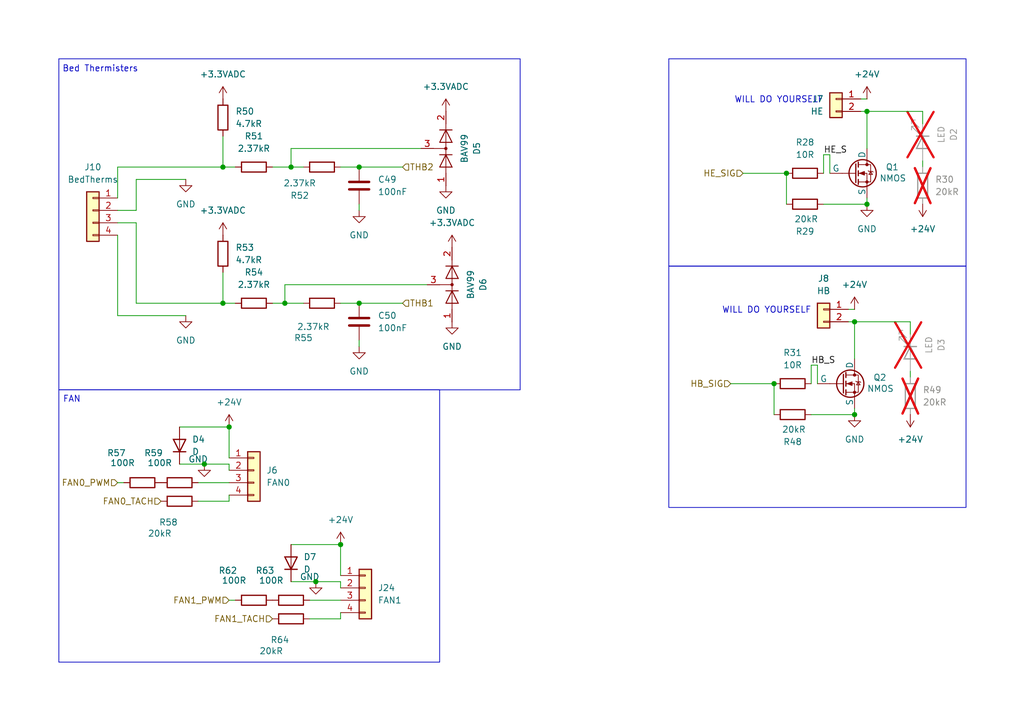
<source format=kicad_sch>
(kicad_sch (version 20250114) (generator "eeschema") (generator_version "9.0")
  (paper "A5")
  (lib_symbols
    (symbol "Connector_Generic:Conn_01x02" (pin_names (offset 1.016) (hide yes))
      (property "Reference" "J" (at 0 2.54 0))
      (property "Value" "Conn_01x02" (at 0 -5.08 0))
      (symbol "Conn_01x02_1_1"
        (rectangle (start -1.27 1.27) (end 1.27 -3.81) (stroke (width 0.254)) (fill (type background)))
        (rectangle (start -1.27 0.127) (end 0 -0.127) (stroke (width 0.1524)))
        (rectangle (start -1.27 -2.413) (end 0 -2.667) (stroke (width 0.1524)))
        (pin passive line (at -5.08 0 0) (length 3.81) (name "Pin_1") (number "1"))
        (pin passive line (at -5.08 -2.54 0) (length 3.81) (name "Pin_2") (number "2"))
      )
    )
    (symbol "Connector_Generic:Conn_01x04" (pin_names (offset 1.016) (hide yes))
      (property "Reference" "J" (at 0 5.08 0))
      (property "Value" "Conn_01x04" (at 0 -7.62 0))
      (symbol "Conn_01x04_1_1"
        (rectangle (start -1.27 3.81) (end 1.27 -6.35) (stroke (width 0.254)) (fill (type background)))
        (rectangle (start -1.27 2.667) (end 0 2.413) (stroke (width 0.1524)))
        (rectangle (start -1.27 0.127) (end 0 -0.127) (stroke (width 0.1524)))
        (rectangle (start -1.27 -2.413) (end 0 -2.667) (stroke (width 0.1524)))
        (rectangle (start -1.27 -4.953) (end 0 -5.207) (stroke (width 0.1524)))
        (pin passive line (at -5.08 2.54 0) (length 3.81) (name "Pin_1") (number "1"))
        (pin passive line (at -5.08 0 0) (length 3.81) (name "Pin_2") (number "2"))
        (pin passive line (at -5.08 -2.54 0) (length 3.81) (name "Pin_3") (number "3"))
        (pin passive line (at -5.08 -5.08 0) (length 3.81) (name "Pin_4") (number "4"))
      )
    )
    (symbol "Device:C" (pin_numbers (hide yes)) (pin_names (offset 0.254))
      (property "Reference" "C" (at 0.635 2.54 0))
      (property "Value" "C" (at 0.635 -2.54 0))
      (symbol "C_0_1"
        (polyline (pts (xy -2.032 0.762) (xy 2.032 0.762)) (stroke (width 0.508)))
        (polyline (pts (xy -2.032 -0.762) (xy 2.032 -0.762)) (stroke (width 0.508)))
      )
      (symbol "C_1_1"
        (pin passive line (at 0 3.81 270) (length 2.794) (name "~") (number "1"))
        (pin passive line (at 0 -3.81 90) (length 2.794) (name "~") (number "2"))
      )
    )
    (symbol "Device:D" (pin_numbers (hide yes)) (pin_names (offset 1.016) (hide yes))
      (property "Reference" "D" (at 0 2.54 0))
      (property "Value" "D" (at 0 -2.54 0))
      (symbol "D_0_1"
        (polyline (pts (xy -1.27 1.27) (xy -1.27 -1.27)) (stroke (width 0.254)))
        (polyline (pts (xy 1.27 1.27) (xy 1.27 -1.27) (xy -1.27 0) (xy 1.27 1.27)) (stroke (width 0.254)))
        (polyline (pts (xy 1.27 0) (xy -1.27 0)))
      )
      (symbol "D_1_1"
        (pin passive line (at -3.81 0 0) (length 2.54) (name "K") (number "1"))
        (pin passive line (at 3.81 0 180) (length 2.54) (name "A") (number "2"))
      )
    )
    (symbol "Device:LED" (pin_numbers (hide yes)) (pin_names (offset 1.016) (hide yes))
      (property "Reference" "D" (at 0 2.54 0))
      (property "Value" "LED" (at 0 -2.54 0))
      (symbol "LED_0_1"
        (polyline (pts (xy -3.048 -0.762) (xy -4.572 -2.286) (xy -3.81 -2.286) (xy -4.572 -2.286) (xy -4.572 -1.524)))
        (polyline (pts (xy -1.778 -0.762) (xy -3.302 -2.286) (xy -2.54 -2.286) (xy -3.302 -2.286) (xy -3.302 -1.524)))
        (polyline (pts (xy -1.27 0) (xy 1.27 0)))
        (polyline (pts (xy -1.27 -1.27) (xy -1.27 1.27)) (stroke (width 0.254)))
        (polyline (pts (xy 1.27 -1.27) (xy 1.27 1.27) (xy -1.27 0) (xy 1.27 -1.27)) (stroke (width 0.254)))
      )
      (symbol "LED_1_1"
        (pin passive line (at -3.81 0 0) (length 2.54) (name "K") (number "1"))
        (pin passive line (at 3.81 0 180) (length 2.54) (name "A") (number "2"))
      )
    )
    (symbol "Device:R" (pin_numbers (hide yes)) (pin_names (offset 0))
      (property "Reference" "R" (at 2.032 0 90))
      (property "Value" "R" (at 0 0 90))
      (symbol "R_0_1"
        (rectangle (start -1.016 -2.54) (end 1.016 2.54) (stroke (width 0.254)))
      )
      (symbol "R_1_1"
        (pin passive line (at 0 3.81 270) (length 1.27) (name "~") (number "1"))
        (pin passive line (at 0 -3.81 90) (length 1.27) (name "~") (number "2"))
      )
    )
    (symbol "Diode:BAV99" (pin_names (hide yes))
      (property "Reference" "D" (at 0 5.08 0))
      (property "Value" "BAV99" (at 0 2.54 0))
      (symbol "BAV99_0_1"
        (polyline (pts (xy -5.08 0) (xy 5.08 0)))
      )
      (symbol "BAV99_1_1"
        (polyline (pts (xy -3.81 1.27) (xy -1.27 0) (xy -3.81 -1.27) (xy -3.81 1.27) (xy -3.81 1.27) (xy -3.81 1.27)) (stroke (width 0.2032)))
        (polyline (pts (xy -1.27 -1.27) (xy -1.27 1.27) (xy -1.27 1.27)) (stroke (width 0.2032)))
        (polyline (pts (xy 0 0) (xy 0 -2.54)))
        (circle (center 0 0) (radius 0.254) (fill (type outline)))
        (polyline (pts (xy 1.27 1.27) (xy 3.81 0) (xy 1.27 -1.27) (xy 1.27 1.27) (xy 1.27 1.27) (xy 1.27 1.27)) (stroke (width 0.2032)))
        (polyline (pts (xy 3.81 1.27) (xy 3.81 -1.27) (xy 3.81 -1.27)) (stroke (width 0.2032)))
        (pin passive line (at -7.62 0 0) (length 2.54) (name "K") (number "1"))
        (pin passive line (at 0 -5.08 90) (length 2.54) (name "K") (number "3"))
        (pin passive line (at 7.62 0 180) (length 2.54) (name "A") (number "2"))
      )
    )
    (symbol "Simulation_SPICE:NMOS" (pin_numbers (hide yes)) (pin_names (offset 0))
      (property "Reference" "Q" (at 5.08 1.27 0))
      (property "Value" "NMOS" (at 5.08 -1.27 0))
      (symbol "NMOS_0_1"
        (polyline (pts (xy 0.254 1.905) (xy 0.254 -1.905)) (stroke (width 0.254)))
        (polyline (pts (xy 0.254 0) (xy -2.54 0)))
        (polyline (pts (xy 0.762 2.286) (xy 0.762 1.27)) (stroke (width 0.254)))
        (polyline (pts (xy 0.762 0.508) (xy 0.762 -0.508)) (stroke (width 0.254)))
        (polyline (pts (xy 0.762 -1.27) (xy 0.762 -2.286)) (stroke (width 0.254)))
        (polyline (pts (xy 0.762 -1.778) (xy 3.302 -1.778) (xy 3.302 1.778) (xy 0.762 1.778)))
        (polyline (pts (xy 1.016 0) (xy 2.032 0.381) (xy 2.032 -0.381) (xy 1.016 0)) (fill (type outline)))
        (circle (center 1.651 0) (radius 2.794) (stroke (width 0.254)))
        (polyline (pts (xy 2.54 2.54) (xy 2.54 1.778)))
        (circle (center 2.54 1.778) (radius 0.254) (fill (type outline)))
        (circle (center 2.54 -1.778) (radius 0.254) (fill (type outline)))
        (polyline (pts (xy 2.54 -2.54) (xy 2.54 0) (xy 0.762 0)))
        (polyline (pts (xy 2.794 0.508) (xy 2.921 0.381) (xy 3.683 0.381) (xy 3.81 0.254)))
        (polyline (pts (xy 3.302 0.381) (xy 2.921 -0.254) (xy 3.683 -0.254) (xy 3.302 0.381)))
      )
      (symbol "NMOS_1_1"
        (pin input line (at -5.08 0 0) (length 2.54) (name "G") (number "2"))
        (pin passive line (at 2.54 5.08 270) (length 2.54) (name "D") (number "1"))
        (pin passive line (at 2.54 -5.08 90) (length 2.54) (name "S") (number "3"))
      )
    )
    (symbol "power:+24V" (power) (pin_numbers (hide yes)) (pin_names (offset 0) (hide yes))
      (property "Value" "+24V" (at 0 3.556 0))
      (symbol "+24V_0_1"
        (polyline (pts (xy -0.762 1.27) (xy 0 2.54)))
        (polyline (pts (xy 0 2.54) (xy 0.762 1.27)))
        (polyline (pts (xy 0 0) (xy 0 2.54)))
      )
      (symbol "+24V_1_1"
        (pin power_in line (at 0 0 90) (length 0) (name "~") (number "1"))
      )
    )
    (symbol "power:+3.3VADC" (power) (pin_numbers (hide yes)) (pin_names (offset 0) (hide yes))
      (property "Value" "+3.3VADC" (at 0 3.556 0))
      (symbol "+3.3VADC_0_0"
        (pin power_in line (at 0 0 90) (length 0) (name "~") (number "1"))
      )
      (symbol "+3.3VADC_0_1"
        (polyline (pts (xy -0.762 1.27) (xy 0 2.54)))
        (polyline (pts (xy 0 2.54) (xy 0.762 1.27)))
        (polyline (pts (xy 0 0) (xy 0 2.54)))
      )
    )
    (symbol "power:GND" (power) (pin_numbers (hide yes)) (pin_names (offset 0) (hide yes))
      (property "Value" "GND" (at 0 -3.81 0))
      (symbol "GND_0_1"
        (polyline (pts (xy 0 0) (xy 0 -1.27) (xy 1.27 -1.27) (xy 0 -2.54) (xy -1.27 -1.27) (xy 0 -1.27)))
      )
      (symbol "GND_1_1"
        (pin power_in line (at 0 0 270) (length 0) (name "~") (number "1"))
      )
    )
  )
  (rectangle (start 12.065 80.01) (end 90.17 135.89))
  (rectangle (start 137.16 12.065) (end 198.12 54.61))
  (rectangle (start 137.16 54.61) (end 198.12 104.14))
  (rectangle (start 12.065 12.065) (end 106.68 80.01))
  (text "FAN\n" (at 14.732 82.042 0) (effects (font (size 1.27 1.27))))
  (text "Bed Thermisters" (at 20.574 14.224 0) (effects (font (size 1.27 1.27))))
  (text "WILL DO YOURSELF" (at 159.766 20.574 0) (effects (font (size 1.27 1.27))))
  (text "WILL DO YOURSELF" (at 157.226 63.754 0) (effects (font (size 1.27 1.27))))
  (junction (at 69.85 111.76))
  (junction (at 58.42 62.23))
  (junction (at 59.69 34.29))
  (junction (at 45.72 34.29))
  (junction (at 41.91 95.25))
  (junction (at 177.8 22.86))
  (junction (at 175.26 66.04))
  (junction (at 46.99 87.63))
  (junction (at 175.26 85.09))
  (junction (at 64.77 119.38))
  (junction (at 177.8 41.91))
  (junction (at 73.66 62.23))
  (junction (at 158.75 78.74))
  (junction (at 45.72 62.23))
  (junction (at 161.29 35.56))
  (junction (at 73.66 34.29))
  (wire (pts (xy 45.72 27.94) (xy 45.72 34.29)))
  (wire (pts (xy 152.4 35.56) (xy 161.29 35.56)))
  (wire (pts (xy 58.42 62.23) (xy 62.23 62.23)))
  (wire (pts (xy 86.36 30.48) (xy 59.69 30.48)))
  (wire (pts (xy 58.42 58.42) (xy 58.42 62.23)))
  (wire (pts (xy 73.66 62.23) (xy 82.55 62.23)))
  (wire (pts (xy 27.94 45.72) (xy 24.13 45.72)))
  (wire (pts (xy 73.66 69.85) (xy 73.66 71.12)))
  (wire (pts (xy 168.91 41.91) (xy 177.8 41.91)))
  (wire (pts (xy 168.91 31.75) (xy 170.18 31.75)))
  (wire (pts (xy 175.26 83.82) (xy 175.26 85.09)))
  (wire (pts (xy 149.86 78.74) (xy 158.75 78.74)))
  (wire (pts (xy 40.64 102.87) (xy 46.99 102.87)))
  (wire (pts (xy 64.77 119.38) (xy 69.85 119.38)))
  (wire (pts (xy 36.83 87.63) (xy 46.99 87.63)))
  (wire (pts (xy 173.99 63.5) (xy 175.26 63.5)))
  (wire (pts (xy 177.8 30.48) (xy 177.8 22.86)))
  (wire (pts (xy 161.29 35.56) (xy 161.29 41.91)))
  (wire (pts (xy 55.88 34.29) (xy 59.69 34.29)))
  (wire (pts (xy 63.5 123.19) (xy 69.85 123.19)))
  (wire (pts (xy 175.26 66.04) (xy 173.99 66.04)))
  (wire (pts (xy 69.85 127) (xy 69.85 125.73)))
  (wire (pts (xy 46.99 102.87) (xy 46.99 101.6)))
  (wire (pts (xy 27.94 62.23) (xy 45.72 62.23)))
  (wire (pts (xy 69.85 34.29) (xy 73.66 34.29)))
  (wire (pts (xy 46.99 87.63) (xy 46.99 93.98)))
  (wire (pts (xy 158.75 78.74) (xy 158.75 85.09)))
  (wire (pts (xy 38.1 64.77) (xy 24.13 64.77)))
  (wire (pts (xy 41.91 95.25) (xy 46.99 95.25)))
  (wire (pts (xy 186.69 66.04) (xy 175.26 66.04)))
  (wire (pts (xy 189.23 34.29) (xy 189.23 33.02)))
  (wire (pts (xy 189.23 25.4) (xy 189.23 22.86)))
  (wire (pts (xy 24.13 64.77) (xy 24.13 48.26)))
  (wire (pts (xy 46.99 123.19) (xy 48.26 123.19)))
  (wire (pts (xy 58.42 62.23) (xy 55.88 62.23)))
  (wire (pts (xy 45.72 62.23) (xy 48.26 62.23)))
  (wire (pts (xy 166.37 74.93) (xy 166.37 78.74)))
  (wire (pts (xy 73.66 34.29) (xy 82.55 34.29)))
  (wire (pts (xy 186.69 68.58) (xy 186.69 66.04)))
  (wire (pts (xy 24.13 34.29) (xy 24.13 40.64)))
  (wire (pts (xy 177.8 22.86) (xy 176.53 22.86)))
  (wire (pts (xy 24.13 34.29) (xy 45.72 34.29)))
  (wire (pts (xy 176.53 20.32) (xy 177.8 20.32)))
  (wire (pts (xy 87.63 58.42) (xy 58.42 58.42)))
  (wire (pts (xy 166.37 74.93) (xy 167.64 74.93)))
  (wire (pts (xy 177.8 40.64) (xy 177.8 41.91)))
  (wire (pts (xy 27.94 62.23) (xy 27.94 45.72)))
  (wire (pts (xy 27.94 36.83) (xy 38.1 36.83)))
  (wire (pts (xy 189.23 22.86) (xy 177.8 22.86)))
  (wire (pts (xy 59.69 111.76) (xy 69.85 111.76)))
  (wire (pts (xy 175.26 73.66) (xy 175.26 66.04)))
  (wire (pts (xy 59.69 30.48) (xy 59.69 34.29)))
  (wire (pts (xy 69.85 62.23) (xy 73.66 62.23)))
  (wire (pts (xy 36.83 95.25) (xy 41.91 95.25)))
  (wire (pts (xy 69.85 111.76) (xy 69.85 118.11)))
  (wire (pts (xy 73.66 41.91) (xy 73.66 43.18)))
  (wire (pts (xy 170.18 31.75) (xy 170.18 35.56)))
  (wire (pts (xy 59.69 119.38) (xy 64.77 119.38)))
  (wire (pts (xy 46.99 95.25) (xy 46.99 96.52)))
  (wire (pts (xy 59.69 34.29) (xy 62.23 34.29)))
  (wire (pts (xy 40.64 99.06) (xy 46.99 99.06)))
  (wire (pts (xy 45.72 55.88) (xy 45.72 62.23)))
  (wire (pts (xy 24.13 43.18) (xy 27.94 43.18)))
  (wire (pts (xy 168.91 31.75) (xy 168.91 35.56)))
  (wire (pts (xy 167.64 74.93) (xy 167.64 78.74)))
  (wire (pts (xy 45.72 34.29) (xy 48.26 34.29)))
  (wire (pts (xy 63.5 127) (xy 69.85 127)))
  (wire (pts (xy 24.13 99.06) (xy 25.4 99.06)))
  (wire (pts (xy 69.85 119.38) (xy 69.85 120.65)))
  (wire (pts (xy 186.69 77.47) (xy 186.69 76.2)))
  (wire (pts (xy 27.94 43.18) (xy 27.94 36.83)))
  (wire (pts (xy 166.37 85.09) (xy 175.26 85.09)))
  (label "HB_S" (at 166.37 74.93 0))
  (label "HE_S" (at 168.91 31.75 0))
  (hierarchical_label "FAN1_TACH" (shape input) (at 55.88 127 180))
  (hierarchical_label "HB_SIG" (shape input) (at 149.86 78.74 180))
  (hierarchical_label "THB2" (shape input) (at 82.55 34.29 0))
  (hierarchical_label "FAN0_TACH" (shape input) (at 33.02 102.87 180))
  (hierarchical_label "FAN0_PWM" (shape input) (at 24.13 99.06 180))
  (hierarchical_label "HE_SIG" (shape input) (at 152.4 35.56 180))
  (hierarchical_label "THB1" (shape input) (at 82.55 62.23 0))
  (hierarchical_label "FAN1_PWM" (shape input) (at 46.99 123.19 180))
  (symbol (lib_id "power:+24V") (at 175.26 63.5 0) (unit 1)
    (property "Reference" "#PWR081" (effects (hide yes)))
    (property "Value" "+24V" (at 175.26 58.42 0))
    (property "Description" "Power symbol creates a global label with name \"+24V\"" (effects (hide yes)))
  )
  (symbol (lib_id "Device:C") (at 73.66 66.04 0) (unit 1)
    (property "Reference" "C50" (at 77.47 64.7699 0) (effects (justify left)))
    (property "Value" "100nF" (at 77.47 67.3099 0) (effects (justify left)))
    (property "Footprint" "Capacitor_SMD:C_0402_1005Metric" (effects (hide yes)))
    (property "Description" "Unpolarized capacitor" (effects (hide yes)))
  )
  (symbol (lib_id "power:+24V") (at 46.99 87.63 0) (unit 1)
    (property "Reference" "#PWR094" (effects (hide yes)))
    (property "Value" "+24V" (at 46.99 82.55 0))
    (property "Description" "Power symbol creates a global label with name \"+24V\"" (effects (hide yes)))
  )
  (symbol (lib_id "power:GND") (at 41.91 95.25 0) (unit 1)
    (property "Reference" "#PWR030" (effects (hide yes)))
    (property "Value" "GND" (at 40.64 94.234 0))
    (property "Description" "Power symbol creates a global label with name \"GND\" , ground" (effects (hide yes)))
  )
  (symbol (lib_id "Connector_Generic:Conn_01x02") (at 168.91 63.5 0) (mirror y) (unit 1) (in_bom no)
    (property "Reference" "J8" (at 168.91 57.15 0))
    (property "Value" "HB" (at 168.91 59.69 0))
    (property "Footprint" "OpenA1K:ScrewTerminal 7mm x 7mm" (effects (hide yes)))
    (property "Description" "Generic connector, single row, 01x02, script generated (kicad-library-utils/schlib/autogen/connector/)" (effects (hide yes)))
  )
  (symbol (lib_id "Device:R") (at 36.83 102.87 90) (unit 1)
    (property "Reference" "R58" (at 34.544 107.188 90))
    (property "Value" "20kR" (at 32.766 109.474 90))
    (property "Footprint" "Resistor_SMD:R_0402_1005Metric" (effects (hide yes)))
    (property "Description" "Resistor" (effects (hide yes)))
  )
  (symbol (lib_id "Connector_Generic:Conn_01x04") (at 74.93 120.65 0) (unit 1)
    (property "Reference" "J24" (at 77.47 120.6499 0) (effects (justify left)))
    (property "Value" "FAN1" (at 77.47 123.1899 0) (effects (justify left)))
    (property "Footprint" "Connector_JST:JST_XH_B4B-XH-A_1x04_P2.50mm_Vertical" (effects (hide yes)))
    (property "Description" "Generic connector, single row, 01x04, script generated (kicad-library-utils/schlib/autogen/connector/)" (effects (hide yes)))
  )
  (symbol (lib_id "power:GND") (at 73.66 43.18 0) (unit 1)
    (property "Reference" "#PWR088" (effects (hide yes)))
    (property "Value" "GND" (at 73.66 48.26 0))
    (property "Description" "Power symbol creates a global label with name \"GND\" , ground" (effects (hide yes)))
  )
  (symbol (lib_id "Device:R") (at 52.07 123.19 90) (unit 1)
    (property "Reference" "R62" (at 46.736 117.094 90))
    (property "Value" "100R" (at 48.006 119.126 90))
    (property "Footprint" "Resistor_SMD:R_0402_1005Metric" (effects (hide yes)))
    (property "Description" "Resistor" (effects (hide yes)))
  )
  (symbol (lib_id "power:GND") (at 38.1 36.83 0) (unit 1)
    (property "Reference" "#PWR084" (effects (hide yes)))
    (property "Value" "GND" (at 38.1 41.91 0))
    (property "Description" "Power symbol creates a global label with name \"GND\" , ground" (effects (hide yes)))
  )
  (symbol (lib_id "Simulation_SPICE:NMOS") (at 175.26 35.56 0) (unit 1)
    (property "Reference" "Q1" (at 181.61 34.2899 0) (effects (justify left)))
    (property "Value" "NMOS" (at 180.34 36.576 0) (effects (justify left)))
    (property "Footprint" "Package_TO_SOT_SMD:SOT-23-3" (effects (hide yes)))
    (property "Datasheet" "https://ngspice.sourceforge.io/docs/ngspice-html-manual/manual.xhtml#cha_MOSFETs" (effects (hide yes)))
    (property "Description" "N-MOSFET transistor, drain/source/gate" (effects (hide yes)))
    (property "Sim.Device" "NMOS" (effects (hide yes)))
    (property "Sim.Type" "VDMOS" (effects (hide yes)))
    (property "Sim.Pins" "1=D 2=G 3=S" (effects (hide yes)))
  )
  (symbol (lib_id "power:GND") (at 64.77 119.38 0) (unit 1)
    (property "Reference" "#PWR0134" (effects (hide yes)))
    (property "Value" "GND" (at 63.5 118.364 0))
    (property "Description" "Power symbol creates a global label with name \"GND\" , ground" (effects (hide yes)))
  )
  (symbol (lib_id "Connector_Generic:Conn_01x04") (at 52.07 96.52 0) (unit 1)
    (property "Reference" "J6" (at 54.61 96.5199 0) (effects (justify left)))
    (property "Value" "FAN0" (at 54.61 99.0599 0) (effects (justify left)))
    (property "Footprint" "Connector_JST:JST_XH_B4B-XH-A_1x04_P2.50mm_Vertical" (effects (hide yes)))
    (property "Description" "Generic connector, single row, 01x04, script generated (kicad-library-utils/schlib/autogen/connector/)" (effects (hide yes)))
  )
  (symbol (lib_id "power:GND") (at 73.66 71.12 0) (unit 1)
    (property "Reference" "#PWR093" (effects (hide yes)))
    (property "Value" "GND" (at 73.66 76.2 0))
    (property "Description" "Power symbol creates a global label with name \"GND\" , ground" (effects (hide yes)))
  )
  (symbol (lib_id "Device:R") (at 162.56 78.74 90) (unit 1)
    (property "Reference" "R31" (at 162.56 72.39 90))
    (property "Value" "10R" (at 162.56 74.93 90))
    (property "Footprint" "Resistor_SMD:R_0402_1005Metric" (effects (hide yes)))
    (property "Description" "Resistor" (effects (hide yes)))
  )
  (symbol (lib_id "Device:R") (at 59.69 123.19 90) (unit 1)
    (property "Reference" "R63" (at 54.356 117.094 90))
    (property "Value" "100R" (at 55.626 119.126 90))
    (property "Footprint" "Resistor_SMD:R_0402_1005Metric" (effects (hide yes)))
    (property "Description" "Resistor" (effects (hide yes)))
  )
  (symbol (lib_id "power:+3.3VADC") (at 45.72 48.26 0) (unit 1)
    (property "Reference" "#PWR090" (effects (hide yes)))
    (property "Value" "+3.3VADC" (at 45.72 43.18 0))
    (property "Description" "Power symbol creates a global label with name \"+3.3VADC\"" (effects (hide yes)))
  )
  (symbol (lib_id "Device:R") (at 52.07 34.29 90) (unit 1)
    (property "Reference" "R51" (at 52.07 27.94 90))
    (property "Value" "2.37kR" (at 52.07 30.48 90))
    (property "Footprint" "Resistor_SMD:R_0402_1005Metric" (effects (hide yes)))
    (property "Description" "Resistor" (effects (hide yes)))
  )
  (symbol (lib_id "Device:R") (at 66.04 62.23 90) (unit 1)
    (property "Reference" "R55" (at 62.23 69.342 90))
    (property "Value" "2.37kR" (at 64.262 67.056 90))
    (property "Footprint" "Resistor_SMD:R_0402_1005Metric" (effects (hide yes)))
    (property "Description" "Resistor" (effects (hide yes)))
  )
  (symbol (lib_id "Device:R") (at 165.1 41.91 90) (unit 1)
    (property "Reference" "R29" (at 165.1 47.498 90))
    (property "Value" "20kR" (at 165.354 44.958 90))
    (property "Footprint" "Resistor_SMD:R_0402_1005Metric" (effects (hide yes)))
    (property "Description" "Resistor" (effects (hide yes)))
  )
  (symbol (lib_id "Device:C") (at 73.66 38.1 0) (unit 1)
    (property "Reference" "C49" (at 77.47 36.8299 0) (effects (justify left)))
    (property "Value" "100nF" (at 77.47 39.3699 0) (effects (justify left)))
    (property "Footprint" "Capacitor_SMD:C_0402_1005Metric" (effects (hide yes)))
    (property "Description" "Unpolarized capacitor" (effects (hide yes)))
  )
  (symbol (lib_id "Device:R") (at 165.1 35.56 90) (unit 1)
    (property "Reference" "R28" (at 165.1 29.21 90))
    (property "Value" "10R" (at 165.1 31.75 90))
    (property "Footprint" "Resistor_SMD:R_0402_1005Metric" (effects (hide yes)))
    (property "Description" "Resistor" (effects (hide yes)))
  )
  (symbol (lib_id "power:+3.3VADC") (at 91.44 22.86 0) (unit 1)
    (property "Reference" "#PWR086" (effects (hide yes)))
    (property "Value" "+3.3VADC" (at 91.44 17.78 0))
    (property "Description" "Power symbol creates a global label with name \"+3.3VADC\"" (effects (hide yes)))
  )
  (symbol (lib_id "power:+24V") (at 177.8 20.32 0) (unit 1)
    (property "Reference" "#PWR078" (effects (hide yes)))
    (property "Value" "+24V" (at 177.8 15.24 0))
    (property "Description" "Power symbol creates a global label with name \"+24V\"" (effects (hide yes)))
  )
  (symbol (lib_id "Device:R") (at 29.21 99.06 90) (unit 1)
    (property "Reference" "R57" (at 23.876 92.964 90))
    (property "Value" "100R" (at 25.146 94.996 90))
    (property "Footprint" "Resistor_SMD:R_0402_1005Metric" (effects (hide yes)))
    (property "Description" "Resistor" (effects (hide yes)))
  )
  (symbol (lib_id "power:GND") (at 175.26 85.09 0) (unit 1)
    (property "Reference" "#PWR082" (effects (hide yes)))
    (property "Value" "GND" (at 175.26 90.17 0))
    (property "Description" "Power symbol creates a global label with name \"GND\" , ground" (effects (hide yes)))
  )
  (symbol (lib_id "Diode:BAV99") (at 92.71 58.42 270) (mirror x) (unit 1)
    (property "Reference" "D6" (at 99.06 58.42 0))
    (property "Value" "BAV99" (at 96.52 58.42 0))
    (property "Footprint" "Package_TO_SOT_SMD:SOT-23" (effects (hide yes)))
    (property "Datasheet" "https://assets.nexperia.com/documents/data-sheet/BAV99_SER.pdf" (effects (hide yes)))
    (property "Description" "BAV99 High-speed switching diodes, SOT-23" (effects (hide yes)))
  )
  (symbol (lib_id "power:+24V") (at 189.23 41.91 180) (unit 1)
    (property "Reference" "#PWR080" (effects (hide yes)))
    (property "Value" "+24V" (at 189.23 46.99 0))
    (property "Description" "Power symbol creates a global label with name \"+24V\"" (effects (hide yes)))
  )
  (symbol (lib_id "power:+24V") (at 69.85 111.76 0) (unit 1)
    (property "Reference" "#PWR0135" (effects (hide yes)))
    (property "Value" "+24V" (at 69.85 106.68 0))
    (property "Description" "Power symbol creates a global label with name \"+24V\"" (effects (hide yes)))
  )
  (symbol (lib_id "Connector_Generic:Conn_01x04") (at 19.05 43.18 0) (mirror y) (unit 1)
    (property "Reference" "J10" (at 19.05 34.29 0))
    (property "Value" "BedTherms" (at 19.05 36.83 0))
    (property "Footprint" "Connector_JST:JST_XH_B4B-XH-A_1x04_P2.50mm_Vertical" (effects (hide yes)))
    (property "Description" "Generic connector, single row, 01x04, script generated (kicad-library-utils/schlib/autogen/connector/)" (effects (hide yes)))
  )
  (symbol (lib_id "Diode:BAV99") (at 91.44 30.48 270) (mirror x) (unit 1)
    (property "Reference" "D5" (at 97.79 30.48 0))
    (property "Value" "BAV99" (at 95.25 30.48 0))
    (property "Footprint" "Package_TO_SOT_SMD:SOT-23" (effects (hide yes)))
    (property "Datasheet" "https://assets.nexperia.com/documents/data-sheet/BAV99_SER.pdf" (effects (hide yes)))
    (property "Description" "BAV99 High-speed switching diodes, SOT-23" (effects (hide yes)))
  )
  (symbol (lib_id "power:+3.3VADC") (at 45.72 20.32 0) (unit 1)
    (property "Reference" "#PWR085" (effects (hide yes)))
    (property "Value" "+3.3VADC" (at 45.72 15.24 0))
    (property "Description" "Power symbol creates a global label with name \"+3.3VADC\"" (effects (hide yes)))
  )
  (symbol (lib_id "Device:R") (at 45.72 24.13 0) (unit 1)
    (property "Reference" "R50" (at 48.26 22.8599 0) (effects (justify left)))
    (property "Value" "4.7kR" (at 48.26 25.3999 0) (effects (justify left)))
    (property "Footprint" "Resistor_SMD:R_0402_1005Metric" (effects (hide yes)))
    (property "Description" "Resistor" (effects (hide yes)))
  )
  (symbol (lib_id "Device:R") (at 52.07 62.23 90) (unit 1)
    (property "Reference" "R54" (at 52.07 55.88 90))
    (property "Value" "2.37kR" (at 52.07 58.42 90))
    (property "Footprint" "Resistor_SMD:R_0402_1005Metric" (effects (hide yes)))
    (property "Description" "Resistor" (effects (hide yes)))
  )
  (symbol (lib_id "Device:R") (at 162.56 85.09 90) (unit 1)
    (property "Reference" "R48" (at 162.56 90.678 90))
    (property "Value" "20kR" (at 162.814 88.138 90))
    (property "Footprint" "Resistor_SMD:R_0402_1005Metric" (effects (hide yes)))
    (property "Description" "Resistor" (effects (hide yes)))
  )
  (symbol (lib_id "power:GND") (at 38.1 64.77 0) (unit 1)
    (property "Reference" "#PWR089" (effects (hide yes)))
    (property "Value" "GND" (at 38.1 69.85 0))
    (property "Description" "Power symbol creates a global label with name \"GND\" , ground" (effects (hide yes)))
  )
  (symbol (lib_id "Device:R") (at 59.69 127 90) (unit 1)
    (property "Reference" "R64" (at 57.404 131.318 90))
    (property "Value" "20kR" (at 55.626 133.604 90))
    (property "Footprint" "Resistor_SMD:R_0402_1005Metric" (effects (hide yes)))
    (property "Description" "Resistor" (effects (hide yes)))
  )
  (symbol (lib_id "Device:R") (at 36.83 99.06 90) (unit 1)
    (property "Reference" "R59" (at 31.496 92.964 90))
    (property "Value" "100R" (at 32.766 94.996 90))
    (property "Footprint" "Resistor_SMD:R_0402_1005Metric" (effects (hide yes)))
    (property "Description" "Resistor" (effects (hide yes)))
  )
  (symbol (lib_id "Device:R") (at 189.23 38.1 0) (unit 1) (exclude_from_sim yes) (in_bom no) (on_board no) (dnp yes)
    (property "Reference" "R30" (at 191.77 36.8299 0) (effects (justify left)))
    (property "Value" "20kR" (at 191.77 39.3699 0) (effects (justify left)))
    (property "Footprint" "Resistor_SMD:R_0402_1005Metric" (effects (hide yes)))
    (property "Description" "Resistor" (effects (hide yes)))
  )
  (symbol (lib_id "Simulation_SPICE:NMOS") (at 172.72 78.74 0) (unit 1)
    (property "Reference" "Q2" (at 179.07 77.4699 0) (effects (justify left)))
    (property "Value" "NMOS" (at 177.8 79.756 0) (effects (justify left)))
    (property "Footprint" "Package_TO_SOT_SMD:SOT-23-3" (effects (hide yes)))
    (property "Datasheet" "https://ngspice.sourceforge.io/docs/ngspice-html-manual/manual.xhtml#cha_MOSFETs" (effects (hide yes)))
    (property "Description" "N-MOSFET transistor, drain/source/gate" (effects (hide yes)))
    (property "Sim.Device" "NMOS" (effects (hide yes)))
    (property "Sim.Type" "VDMOS" (effects (hide yes)))
    (property "Sim.Pins" "1=D 2=G 3=S" (effects (hide yes)))
  )
  (symbol (lib_id "Connector_Generic:Conn_01x02") (at 171.45 20.32 0) (mirror y) (unit 1) (in_bom no)
    (property "Reference" "J7" (at 168.91 20.3199 0) (effects (justify left)))
    (property "Value" "HE" (at 168.91 22.8599 0) (effects (justify left)))
    (property "Footprint" "OpenA1K:ScrewTerminal 7mm x 7mm" (effects (hide yes)))
    (property "Description" "Generic connector, single row, 01x02, script generated (kicad-library-utils/schlib/autogen/connector/)" (effects (hide yes)))
  )
  (symbol (lib_id "Device:R") (at 186.69 81.28 0) (unit 1) (exclude_from_sim yes) (in_bom no) (on_board no) (dnp yes)
    (property "Reference" "R49" (at 189.23 80.0099 0) (effects (justify left)))
    (property "Value" "20kR" (at 189.23 82.5499 0) (effects (justify left)))
    (property "Footprint" "Resistor_SMD:R_0402_1005Metric" (effects (hide yes)))
    (property "Description" "Resistor" (effects (hide yes)))
  )
  (symbol (lib_id "Device:LED") (at 186.69 72.39 270) (unit 1) (exclude_from_sim yes) (in_bom no) (on_board no) (dnp yes)
    (property "Reference" "D3" (at 193.04 70.8025 0))
    (property "Value" "LED" (at 190.5 70.8025 0))
    (property "Description" "Light emitting diode" (effects (hide yes)))
    (property "Sim.Pins" "1=K 2=A" (effects (hide yes)))
  )
  (symbol (lib_id "power:+3.3VADC") (at 92.71 50.8 0) (unit 1)
    (property "Reference" "#PWR091" (effects (hide yes)))
    (property "Value" "+3.3VADC" (at 92.71 45.72 0))
    (property "Description" "Power symbol creates a global label with name \"+3.3VADC\"" (effects (hide yes)))
  )
  (symbol (lib_id "power:+24V") (at 186.69 85.09 180) (unit 1)
    (property "Reference" "#PWR083" (effects (hide yes)))
    (property "Value" "+24V" (at 186.69 90.17 0))
    (property "Description" "Power symbol creates a global label with name \"+24V\"" (effects (hide yes)))
  )
  (symbol (lib_id "power:GND") (at 177.8 41.91 0) (unit 1)
    (property "Reference" "#PWR079" (effects (hide yes)))
    (property "Value" "GND" (at 177.8 46.99 0))
    (property "Description" "Power symbol creates a global label with name \"GND\" , ground" (effects (hide yes)))
  )
  (symbol (lib_id "Device:D") (at 36.83 91.44 90) (unit 1)
    (property "Reference" "D4" (at 39.37 90.1699 90) (effects (justify right)))
    (property "Value" "D" (at 39.37 92.7099 90) (effects (justify right)))
    (property "Footprint" "Diode_SMD:D_SMA" (effects (hide yes)))
    (property "Description" "Diode" (effects (hide yes)))
    (property "Sim.Device" "D" (effects (hide yes)))
    (property "Sim.Pins" "1=K 2=A" (effects (hide yes)))
  )
  (symbol (lib_id "power:GND") (at 92.71 66.04 0) (unit 1)
    (property "Reference" "#PWR092" (effects (hide yes)))
    (property "Value" "GND" (at 92.71 71.12 0))
    (property "Description" "Power symbol creates a global label with name \"GND\" , ground" (effects (hide yes)))
  )
  (symbol (lib_id "Device:LED") (at 189.23 29.21 270) (unit 1) (exclude_from_sim yes) (in_bom no) (on_board no) (dnp yes)
    (property "Reference" "D2" (at 195.58 27.6225 0))
    (property "Value" "LED" (at 193.04 27.6225 0))
    (property "Description" "Light emitting diode" (effects (hide yes)))
    (property "Sim.Pins" "1=K 2=A" (effects (hide yes)))
  )
  (symbol (lib_id "Device:R") (at 66.04 34.29 90) (unit 1)
    (property "Reference" "R52" (at 61.468 40.132 90))
    (property "Value" "2.37kR" (at 61.468 37.592 90))
    (property "Footprint" "Resistor_SMD:R_0402_1005Metric" (effects (hide yes)))
    (property "Description" "Resistor" (effects (hide yes)))
  )
  (symbol (lib_id "power:GND") (at 91.44 38.1 0) (unit 1)
    (property "Reference" "#PWR087" (effects (hide yes)))
    (property "Value" "GND" (at 91.44 43.18 0))
    (property "Description" "Power symbol creates a global label with name \"GND\" , ground" (effects (hide yes)))
  )
  (symbol (lib_id "Device:R") (at 45.72 52.07 0) (unit 1)
    (property "Reference" "R53" (at 48.26 50.7999 0) (effects (justify left)))
    (property "Value" "4.7kR" (at 48.26 53.3399 0) (effects (justify left)))
    (property "Footprint" "Resistor_SMD:R_0402_1005Metric" (effects (hide yes)))
    (property "Description" "Resistor" (effects (hide yes)))
  )
  (symbol (lib_id "Device:D") (at 59.69 115.57 90) (unit 1)
    (property "Reference" "D7" (at 62.23 114.2999 90) (effects (justify right)))
    (property "Value" "D" (at 62.23 116.8399 90) (effects (justify right)))
    (property "Footprint" "Diode_SMD:D_SMA" (effects (hide yes)))
    (property "Description" "Diode" (effects (hide yes)))
    (property "Sim.Device" "D" (effects (hide yes)))
    (property "Sim.Pins" "1=K 2=A" (effects (hide yes)))
  )
)
</source>
